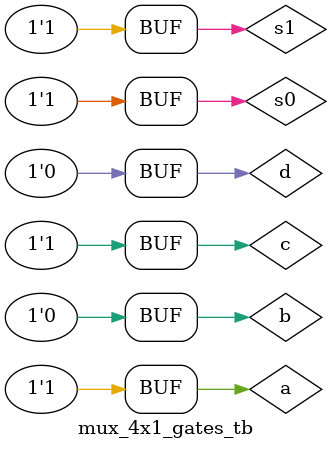
<source format=v>
module mux_4x1_gates(s0,s1,a,b,c,d,out);
  
  input s0,s1,a,b,c,d; 
  output wire out;
  wire y1,y2,y3,y4; 

  and a1(y1,a,~s0,~s1); 
  and a2(y2,b,~s0,s1); 
  and a3(y3,c,s0,~s1); 
  and a4(y4,d,s0,s1); 

  or o1(out,y1,y2,y3,y4); 

endmodule

//teset bench 

module mux_4x1_gates_tb();

	reg s0,s1,a,b,c,d;
	wire out;

	mux_4x1_gates tb(s0,s1,a,b,c,d,out);

	initial
	begin
		a = 1; b = 0; c = 1; d = 0;
		s0 = 0; s1 = 0;
		#10 s0 = 0; s1 = 1;
		#10 s0 = 1; s1 = 0;
		#10 s0 = 1; s1 = 1;
	end
endmodule


</source>
